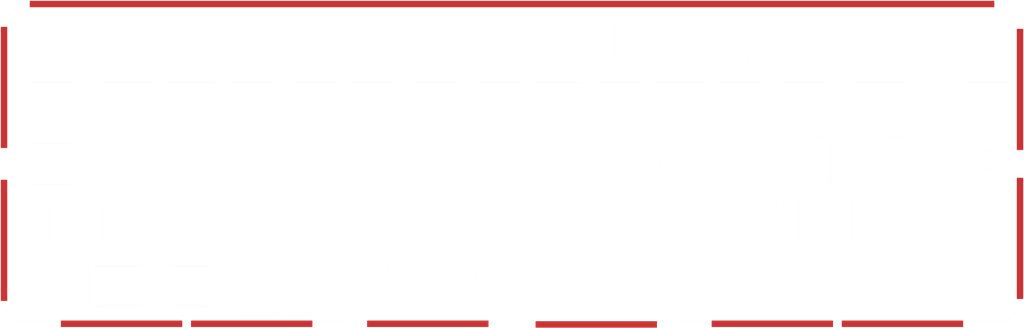
<source format=kicad_pcb>
(kicad_pcb (version 4) (host pcbnew 4.0.6)

  (general
    (links 0)
    (no_connects 0)
    (area 26.482499 25.144999 345.3125 127.78125)
    (thickness 1.6)
    (drawings 417)
    (tracks 0)
    (zones 0)
    (modules 13)
    (nets 1)
  )

  (page A3)
  (layers
    (0 F.Cu signal)
    (31 B.Cu signal)
    (32 B.Adhes user)
    (33 F.Adhes user)
    (34 B.Paste user)
    (35 F.Paste user)
    (36 B.SilkS user)
    (37 F.SilkS user)
    (38 B.Mask user)
    (39 F.Mask user)
    (40 Dwgs.User user)
    (41 Cmts.User user)
    (42 Eco1.User user)
    (43 Eco2.User user)
    (44 Edge.Cuts user)
    (45 Margin user)
    (46 B.CrtYd user)
    (47 F.CrtYd user)
    (48 B.Fab user)
    (49 F.Fab user)
  )

  (setup
    (last_trace_width 0.25)
    (trace_clearance 0.2)
    (zone_clearance 0.508)
    (zone_45_only no)
    (trace_min 0.2)
    (segment_width 0.2)
    (edge_width 0.15)
    (via_size 0.6)
    (via_drill 0.4)
    (via_min_size 0.4)
    (via_min_drill 0.3)
    (uvia_size 0.3)
    (uvia_drill 0.1)
    (uvias_allowed no)
    (uvia_min_size 0.2)
    (uvia_min_drill 0.1)
    (pcb_text_width 0.3)
    (pcb_text_size 1.5 1.5)
    (mod_edge_width 0.15)
    (mod_text_size 1 1)
    (mod_text_width 0.15)
    (pad_size 1.9 1.9)
    (pad_drill 1.9)
    (pad_to_mask_clearance 0.2)
    (aux_axis_origin 0 0)
    (visible_elements 7FFFFFFF)
    (pcbplotparams
      (layerselection 0x010fc_80000001)
      (usegerberextensions false)
      (excludeedgelayer true)
      (linewidth 0.100000)
      (plotframeref false)
      (viasonmask false)
      (mode 1)
      (useauxorigin false)
      (hpglpennumber 1)
      (hpglpenspeed 20)
      (hpglpendiameter 15)
      (hpglpenoverlay 2)
      (psnegative false)
      (psa4output false)
      (plotreference true)
      (plotvalue true)
      (plotinvisibletext false)
      (padsonsilk false)
      (subtractmaskfromsilk false)
      (outputformat 1)
      (mirror false)
      (drillshape 0)
      (scaleselection 1)
      (outputdirectory 660_Plate_Gerbers/))
  )

  (net 0 "")

  (net_class Default "This is the default net class."
    (clearance 0.2)
    (trace_width 0.25)
    (via_dia 0.6)
    (via_drill 0.4)
    (uvia_dia 0.3)
    (uvia_drill 0.1)
  )

  (module Keyboard_Footprints:screw_hole (layer F.Cu) (tedit 5CD8F351) (tstamp 5CD8F58E)
    (at 233.3625 76.2)
    (zone_connect 2)
    (fp_text reference screw_hole (at 0 6.4) (layer F.SilkS) hide
      (effects (font (size 1 1) (thickness 0.15)))
    )
    (fp_text value "" (at 0 0) (layer F.SilkS) hide
      (effects (font (size 1 1) (thickness 0.15)))
    )
    (pad "" np_thru_hole circle (at 0 0) (size 1.9 1.9) (drill 1.9) (layers *.Cu *.Mask)
      (zone_connect 2))
  )

  (module Keyboard_Footprints:660_z_outline (layer F.Cu) (tedit 5CA9672B) (tstamp 5CA967B2)
    (at 159.54375 126)
    (fp_text reference "" (at 0 0.5) (layer F.SilkS)
      (effects (font (size 1 1) (thickness 0.15)))
    )
    (fp_text value 660_z_outline (at 0 0) (layer F.Fab) hide
      (effects (font (size 1 1) (thickness 0.15)))
    )
    (pad "" smd rect (at 0 0) (size 37.75 2) (layers F.Cu F.Paste F.Mask))
  )

  (module Keyboard_Footprints:660_z_outline (layer F.Cu) (tedit 5CA9672B) (tstamp 5CA967AE)
    (at 211.93125 126.20625)
    (fp_text reference "" (at 0 0.5) (layer F.SilkS)
      (effects (font (size 1 1) (thickness 0.15)))
    )
    (fp_text value 660_z_outline (at 0 0) (layer F.Fab) hide
      (effects (font (size 1 1) (thickness 0.15)))
    )
    (pad "" smd rect (at 0 0) (size 37.75 2) (layers F.Cu F.Paste F.Mask))
  )

  (module Keyboard_Footprints:660_z_outline (layer F.Cu) (tedit 5CA9672B) (tstamp 5CA967AA)
    (at 307.18125 126)
    (fp_text reference "" (at 0 0.5) (layer F.SilkS)
      (effects (font (size 1 1) (thickness 0.15)))
    )
    (fp_text value 660_z_outline (at 0 0) (layer F.Fab) hide
      (effects (font (size 1 1) (thickness 0.15)))
    )
    (pad "" smd rect (at 0 0) (size 37.75 2) (layers F.Cu F.Paste F.Mask))
  )

  (module Keyboard_Footprints:660_z_outline (layer F.Cu) (tedit 5CA9672B) (tstamp 5CA967A6)
    (at 266.7 126)
    (fp_text reference "" (at 0 0.5) (layer F.SilkS)
      (effects (font (size 1 1) (thickness 0.15)))
    )
    (fp_text value 660_z_outline (at 0 0) (layer F.Fab) hide
      (effects (font (size 1 1) (thickness 0.15)))
    )
    (pad "" smd rect (at 0 0) (size 37.75 2) (layers F.Cu F.Paste F.Mask))
  )

  (module Keyboard_Footprints:660_z_outline (layer F.Cu) (tedit 5CA9672B) (tstamp 5CA9658E)
    (at 343.7375 99.4 90)
    (fp_text reference "" (at 0 0.5 90) (layer F.SilkS)
      (effects (font (size 1 1) (thickness 0.15)))
    )
    (fp_text value 660_z_outline (at 0 0 90) (layer F.Fab) hide
      (effects (font (size 1 1) (thickness 0.15)))
    )
    (pad "" smd rect (at 0 0 90) (size 37.75 2) (layers F.Cu F.Paste F.Mask))
  )

  (module Keyboard_Footprints:660_z_outline (layer F.Cu) (tedit 5CA9672B) (tstamp 5CA96581)
    (at 343.7375 53 90)
    (fp_text reference "" (at 0 0.5 90) (layer F.SilkS)
      (effects (font (size 1 1) (thickness 0.15)))
    )
    (fp_text value 660_z_outline (at 0 0 90) (layer F.Fab) hide
      (effects (font (size 1 1) (thickness 0.15)))
    )
    (pad "" smd rect (at 0 0 90) (size 37.75 2) (layers F.Cu F.Paste F.Mask))
  )

  (module Keyboard_Footprints:660_z_outline (layer F.Cu) (tedit 5CA9672B) (tstamp 5CA96520)
    (at 27.7375 100.0125 90)
    (fp_text reference "" (at 0 0.5 90) (layer F.SilkS)
      (effects (font (size 1 1) (thickness 0.15)))
    )
    (fp_text value 660_z_outline (at 0 0 90) (layer F.Fab) hide
      (effects (font (size 1 1) (thickness 0.15)))
    )
    (pad "" smd rect (at 0 0 90) (size 37.75 2) (layers F.Cu F.Paste F.Mask))
  )

  (module Keyboard_Footprints:660_z_outline (layer F.Cu) (tedit 5CA9672B) (tstamp 5CA9644E)
    (at 27.7375 52.3875 90)
    (fp_text reference "" (at 0 0.5 90) (layer F.SilkS)
      (effects (font (size 1 1) (thickness 0.15)))
    )
    (fp_text value 660_z_outline (at 0 0 90) (layer F.Fab) hide
      (effects (font (size 1 1) (thickness 0.15)))
    )
    (pad "" smd rect (at 0 0 90) (size 37.75 2) (layers F.Cu F.Paste F.Mask))
  )

  (module Keyboard_Footprints:660_z_outline (layer F.Cu) (tedit 5CA9672B) (tstamp 5CA9667B)
    (at 64.29375 126)
    (fp_text reference "" (at 0 0.5) (layer F.SilkS)
      (effects (font (size 1 1) (thickness 0.15)))
    )
    (fp_text value 660_z_outline (at 0 0) (layer F.Fab) hide
      (effects (font (size 1 1) (thickness 0.15)))
    )
    (pad "" smd rect (at 0 0) (size 37.75 2) (layers F.Cu F.Paste F.Mask))
  )

  (module Keyboard_Footprints:660_x_outline (layer F.Cu) (tedit 5CA9616F) (tstamp 5CA963AC)
    (at 185.7375 26.4)
    (fp_text reference "" (at 0 0.5) (layer F.SilkS)
      (effects (font (size 1 1) (thickness 0.15)))
    )
    (fp_text value 660_x_outline (at 0 0) (layer F.Fab) hide
      (effects (font (size 1 1) (thickness 0.15)))
    )
    (pad "" smd rect (at 0 0) (size 300 2) (layers F.Cu F.Paste F.Mask))
  )

  (module Keyboard_Footprints:660_z_outline (layer F.Cu) (tedit 5CA9672B) (tstamp 5CA967A0)
    (at 104.775 126)
    (fp_text reference "" (at 0 0.5) (layer F.SilkS)
      (effects (font (size 1 1) (thickness 0.15)))
    )
    (fp_text value 660_z_outline (at 0 0) (layer F.Fab) hide
      (effects (font (size 1 1) (thickness 0.15)))
    )
    (pad "" smd rect (at 0 0) (size 37.75 2) (layers F.Cu F.Paste F.Mask))
  )

  (module Keyboard_Footprints:screw_hole (layer F.Cu) (tedit 5CD8F336) (tstamp 5CD8F56C)
    (at 138.1125 76.2)
    (zone_connect 2)
    (fp_text reference screw_hole (at 0 6.4) (layer F.SilkS) hide
      (effects (font (size 1 1) (thickness 0.15)))
    )
    (fp_text value "" (at 0 0) (layer F.SilkS) hide
      (effects (font (size 1 1) (thickness 0.15)))
    )
    (pad "" np_thru_hole circle (at 0 0) (size 1.9 1.9) (drill 1.9) (layers *.Cu *.Mask)
      (zone_connect 2))
  )

  (gr_line (start 45.85 44.5) (end 45.85 31.7) (layer Edge.Cuts) (width 0.01))
  (gr_line (start 30.35 44.5) (end 45.85 44.5) (layer Edge.Cuts) (width 0.01))
  (gr_line (start 30.35 31.7) (end 30.35 44.5) (layer Edge.Cuts) (width 0.01))
  (gr_line (start 45.85 31.7) (end 30.35 31.7) (layer Edge.Cuts) (width 0.01))
  (gr_line (start 341.125 44.5) (end 341.125 31.7) (layer Edge.Cuts) (width 0.01))
  (gr_line (start 325.625 44.5) (end 341.125 44.5) (layer Edge.Cuts) (width 0.01))
  (gr_line (start 325.625 31.7) (end 325.625 44.5) (layer Edge.Cuts) (width 0.01))
  (gr_line (start 341.125 31.7) (end 325.625 31.7) (layer Edge.Cuts) (width 0.01))
  (gr_line (start 341.125 63.55) (end 341.125 50.75) (layer Edge.Cuts) (width 0.01))
  (gr_line (start 325.625 63.55) (end 341.125 63.55) (layer Edge.Cuts) (width 0.01))
  (gr_line (start 325.625 50.75) (end 325.625 63.55) (layer Edge.Cuts) (width 0.01))
  (gr_line (start 341.125 50.75) (end 325.625 50.75) (layer Edge.Cuts) (width 0.01))
  (gr_line (start 341.125 120.7) (end 341.125 107.9) (layer Edge.Cuts) (width 0.01))
  (gr_line (start 325.625 120.7) (end 341.125 120.7) (layer Edge.Cuts) (width 0.01))
  (gr_line (start 325.625 107.9) (end 325.625 120.7) (layer Edge.Cuts) (width 0.01))
  (gr_line (start 341.125 107.9) (end 325.625 107.9) (layer Edge.Cuts) (width 0.01))
  (gr_line (start 322.075 120.7) (end 322.075 107.9) (layer Edge.Cuts) (width 0.01))
  (gr_line (start 306.575 120.7) (end 322.075 120.7) (layer Edge.Cuts) (width 0.01))
  (gr_line (start 306.575 107.9) (end 306.575 120.7) (layer Edge.Cuts) (width 0.01))
  (gr_line (start 322.075 107.9) (end 306.575 107.9) (layer Edge.Cuts) (width 0.01))
  (gr_line (start 303.025 120.7) (end 303.025 107.9) (layer Edge.Cuts) (width 0.01))
  (gr_line (start 287.525 120.7) (end 303.025 120.7) (layer Edge.Cuts) (width 0.01))
  (gr_line (start 287.525 107.9) (end 287.525 120.7) (layer Edge.Cuts) (width 0.01))
  (gr_line (start 303.025 107.9) (end 287.525 107.9) (layer Edge.Cuts) (width 0.01))
  (gr_line (start 322.075 101.65) (end 322.075 88.85) (layer Edge.Cuts) (width 0.01))
  (gr_line (start 306.575 101.65) (end 322.075 101.65) (layer Edge.Cuts) (width 0.01))
  (gr_line (start 306.575 88.85) (end 306.575 101.65) (layer Edge.Cuts) (width 0.01))
  (gr_line (start 322.075 88.85) (end 306.575 88.85) (layer Edge.Cuts) (width 0.01))
  (gr_line (start 50.6125 63.55) (end 50.6125 50.75) (layer Edge.Cuts) (width 0.01))
  (gr_line (start 35.1125 63.55) (end 50.6125 63.55) (layer Edge.Cuts) (width 0.01))
  (gr_line (start 35.1125 50.75) (end 35.1125 63.55) (layer Edge.Cuts) (width 0.01))
  (gr_line (start 50.6125 50.75) (end 35.1125 50.75) (layer Edge.Cuts) (width 0.01))
  (gr_line (start 52.99375 82.6) (end 52.99375 69.8) (layer Edge.Cuts) (width 0.01))
  (gr_line (start 37.49375 82.6) (end 52.99375 82.6) (layer Edge.Cuts) (width 0.01))
  (gr_line (start 37.49375 69.8) (end 37.49375 82.6) (layer Edge.Cuts) (width 0.01))
  (gr_line (start 52.99375 69.8) (end 37.49375 69.8) (layer Edge.Cuts) (width 0.01))
  (gr_line (start 57.75625 101.65) (end 57.75625 88.85) (layer Edge.Cuts) (width 0.01))
  (gr_line (start 42.25625 101.65) (end 57.75625 101.65) (layer Edge.Cuts) (width 0.01))
  (gr_line (start 42.25625 88.85) (end 42.25625 101.65) (layer Edge.Cuts) (width 0.01))
  (gr_line (start 57.75625 88.85) (end 42.25625 88.85) (layer Edge.Cuts) (width 0.01))
  (gr_arc (start 35.35625 100.5) (end 34.60625 100.5) (angle -90) (layer Edge.Cuts) (width 0.01))
  (gr_line (start 34.60625 88) (end 34.60625 100.5) (layer Edge.Cuts) (width 0.01))
  (gr_arc (start 35.35625 88) (end 35.35625 87.25) (angle -90) (layer Edge.Cuts) (width 0.01))
  (gr_line (start 40.85625 87.25) (end 35.35625 87.25) (layer Edge.Cuts) (width 0.01))
  (gr_arc (start 40.85625 88) (end 41.60625 88) (angle -90) (layer Edge.Cuts) (width 0.01))
  (gr_line (start 41.60625 100.5) (end 41.60625 88) (layer Edge.Cuts) (width 0.01))
  (gr_arc (start 40.85625 100.5) (end 40.85625 101.25) (angle -90) (layer Edge.Cuts) (width 0.01))
  (gr_line (start 35.35625 101.25) (end 40.85625 101.25) (layer Edge.Cuts) (width 0.01))
  (gr_line (start 58.40625 88) (end 58.40625 100.5) (layer Edge.Cuts) (width 0.01))
  (gr_arc (start 59.15625 88) (end 59.15625 87.25) (angle -90) (layer Edge.Cuts) (width 0.01))
  (gr_line (start 64.65625 87.25) (end 59.15625 87.25) (layer Edge.Cuts) (width 0.01))
  (gr_arc (start 64.65625 88) (end 65.40625 88) (angle -90) (layer Edge.Cuts) (width 0.01))
  (gr_line (start 65.40625 100.5) (end 65.40625 88) (layer Edge.Cuts) (width 0.01))
  (gr_arc (start 64.65625 100.5) (end 64.65625 101.25) (angle -90) (layer Edge.Cuts) (width 0.01))
  (gr_line (start 59.15625 101.25) (end 64.65625 101.25) (layer Edge.Cuts) (width 0.01))
  (gr_arc (start 59.15625 100.5) (end 58.40625 100.5) (angle -90) (layer Edge.Cuts) (width 0.01))
  (gr_line (start 291.11875 101.65) (end 291.11875 88.85) (layer Edge.Cuts) (width 0.01))
  (gr_line (start 275.61875 101.65) (end 291.11875 101.65) (layer Edge.Cuts) (width 0.01))
  (gr_line (start 275.61875 88.85) (end 275.61875 101.65) (layer Edge.Cuts) (width 0.01))
  (gr_line (start 291.11875 88.85) (end 275.61875 88.85) (layer Edge.Cuts) (width 0.01))
  (gr_line (start 307.7875 63.55) (end 307.7875 50.75) (layer Edge.Cuts) (width 0.01))
  (gr_line (start 292.2875 63.55) (end 307.7875 63.55) (layer Edge.Cuts) (width 0.01))
  (gr_line (start 292.2875 50.75) (end 292.2875 63.55) (layer Edge.Cuts) (width 0.01))
  (gr_line (start 307.7875 50.75) (end 292.2875 50.75) (layer Edge.Cuts) (width 0.01))
  (gr_line (start 300.64375 82.6) (end 300.64375 69.8) (layer Edge.Cuts) (width 0.01))
  (gr_line (start 285.14375 82.6) (end 300.64375 82.6) (layer Edge.Cuts) (width 0.01))
  (gr_line (start 285.14375 69.8) (end 285.14375 82.6) (layer Edge.Cuts) (width 0.01))
  (gr_line (start 300.64375 69.8) (end 285.14375 69.8) (layer Edge.Cuts) (width 0.01))
  (gr_line (start 64.9 44.5) (end 64.9 31.7) (layer Edge.Cuts) (width 0.01))
  (gr_line (start 49.4 44.5) (end 64.9 44.5) (layer Edge.Cuts) (width 0.01))
  (gr_line (start 49.4 31.7) (end 49.4 44.5) (layer Edge.Cuts) (width 0.01))
  (gr_line (start 64.9 31.7) (end 49.4 31.7) (layer Edge.Cuts) (width 0.01))
  (gr_line (start 283.975 63.55) (end 283.975 50.75) (layer Edge.Cuts) (width 0.01))
  (gr_line (start 268.475 63.55) (end 283.975 63.55) (layer Edge.Cuts) (width 0.01))
  (gr_line (start 268.475 50.75) (end 268.475 63.55) (layer Edge.Cuts) (width 0.01))
  (gr_line (start 283.975 50.75) (end 268.475 50.75) (layer Edge.Cuts) (width 0.01))
  (gr_line (start 269.6875 82.6) (end 269.6875 69.8) (layer Edge.Cuts) (width 0.01))
  (gr_line (start 254.1875 82.6) (end 269.6875 82.6) (layer Edge.Cuts) (width 0.01))
  (gr_line (start 254.1875 69.8) (end 254.1875 82.6) (layer Edge.Cuts) (width 0.01))
  (gr_line (start 269.6875 69.8) (end 254.1875 69.8) (layer Edge.Cuts) (width 0.01))
  (gr_line (start 260.1625 101.65) (end 260.1625 88.85) (layer Edge.Cuts) (width 0.01))
  (gr_line (start 244.6625 101.65) (end 260.1625 101.65) (layer Edge.Cuts) (width 0.01))
  (gr_line (start 244.6625 88.85) (end 244.6625 101.65) (layer Edge.Cuts) (width 0.01))
  (gr_line (start 260.1625 88.85) (end 244.6625 88.85) (layer Edge.Cuts) (width 0.01))
  (gr_line (start 74.425 63.55) (end 74.425 50.75) (layer Edge.Cuts) (width 0.01))
  (gr_line (start 58.925 63.55) (end 74.425 63.55) (layer Edge.Cuts) (width 0.01))
  (gr_line (start 58.925 50.75) (end 58.925 63.55) (layer Edge.Cuts) (width 0.01))
  (gr_line (start 74.425 50.75) (end 58.925 50.75) (layer Edge.Cuts) (width 0.01))
  (gr_line (start 79.1875 82.6) (end 79.1875 69.8) (layer Edge.Cuts) (width 0.01))
  (gr_line (start 63.6875 82.6) (end 79.1875 82.6) (layer Edge.Cuts) (width 0.01))
  (gr_line (start 63.6875 69.8) (end 63.6875 82.6) (layer Edge.Cuts) (width 0.01))
  (gr_line (start 79.1875 69.8) (end 63.6875 69.8) (layer Edge.Cuts) (width 0.01))
  (gr_line (start 88.7125 101.65) (end 88.7125 88.85) (layer Edge.Cuts) (width 0.01))
  (gr_line (start 73.2125 101.65) (end 88.7125 101.65) (layer Edge.Cuts) (width 0.01))
  (gr_line (start 73.2125 88.85) (end 73.2125 101.65) (layer Edge.Cuts) (width 0.01))
  (gr_line (start 88.7125 88.85) (end 73.2125 88.85) (layer Edge.Cuts) (width 0.01))
  (gr_line (start 48.23125 120.7) (end 48.23125 107.9) (layer Edge.Cuts) (width 0.01))
  (gr_line (start 32.73125 120.7) (end 48.23125 120.7) (layer Edge.Cuts) (width 0.01))
  (gr_line (start 32.73125 107.9) (end 32.73125 120.7) (layer Edge.Cuts) (width 0.01))
  (gr_line (start 48.23125 107.9) (end 32.73125 107.9) (layer Edge.Cuts) (width 0.01))
  (gr_line (start 257.78125 120.7) (end 257.78125 107.9) (layer Edge.Cuts) (width 0.01))
  (gr_line (start 242.28125 120.7) (end 257.78125 120.7) (layer Edge.Cuts) (width 0.01))
  (gr_line (start 242.28125 107.9) (end 242.28125 120.7) (layer Edge.Cuts) (width 0.01))
  (gr_line (start 257.78125 107.9) (end 242.28125 107.9) (layer Edge.Cuts) (width 0.01))
  (gr_line (start 281.59375 120.7) (end 281.59375 107.9) (layer Edge.Cuts) (width 0.01))
  (gr_line (start 266.09375 120.7) (end 281.59375 120.7) (layer Edge.Cuts) (width 0.01))
  (gr_line (start 266.09375 107.9) (end 266.09375 120.7) (layer Edge.Cuts) (width 0.01))
  (gr_line (start 281.59375 107.9) (end 266.09375 107.9) (layer Edge.Cuts) (width 0.01))
  (gr_line (start 218.46875 120.7) (end 218.46875 107.9) (layer Edge.Cuts) (width 0.01))
  (gr_line (start 233.96875 120.7) (end 218.46875 120.7) (layer Edge.Cuts) (width 0.01))
  (gr_line (start 233.96875 107.9) (end 233.96875 120.7) (layer Edge.Cuts) (width 0.01))
  (gr_line (start 218.46875 107.9) (end 233.96875 107.9) (layer Edge.Cuts) (width 0.01))
  (gr_line (start 72.04375 120.7) (end 72.04375 107.9) (layer Edge.Cuts) (width 0.01))
  (gr_line (start 56.54375 120.7) (end 72.04375 120.7) (layer Edge.Cuts) (width 0.01))
  (gr_line (start 56.54375 107.9) (end 56.54375 120.7) (layer Edge.Cuts) (width 0.01))
  (gr_line (start 72.04375 107.9) (end 56.54375 107.9) (layer Edge.Cuts) (width 0.01))
  (gr_line (start 95.85625 120.7) (end 95.85625 107.9) (layer Edge.Cuts) (width 0.01))
  (gr_line (start 80.35625 120.7) (end 95.85625 120.7) (layer Edge.Cuts) (width 0.01))
  (gr_line (start 80.35625 107.9) (end 80.35625 120.7) (layer Edge.Cuts) (width 0.01))
  (gr_line (start 95.85625 107.9) (end 80.35625 107.9) (layer Edge.Cuts) (width 0.01))
  (gr_arc (start 274.21875 88) (end 274.96875 88) (angle -90) (layer Edge.Cuts) (width 0.01))
  (gr_line (start 274.96875 100.5) (end 274.96875 88) (layer Edge.Cuts) (width 0.01))
  (gr_arc (start 274.21875 100.5) (end 274.21875 101.25) (angle -90) (layer Edge.Cuts) (width 0.01))
  (gr_line (start 268.71875 101.25) (end 274.21875 101.25) (layer Edge.Cuts) (width 0.01))
  (gr_arc (start 268.71875 100.5) (end 267.96875 100.5) (angle -90) (layer Edge.Cuts) (width 0.01))
  (gr_line (start 267.96875 88) (end 267.96875 100.5) (layer Edge.Cuts) (width 0.01))
  (gr_arc (start 268.71875 88) (end 268.71875 87.25) (angle -90) (layer Edge.Cuts) (width 0.01))
  (gr_line (start 274.21875 87.25) (end 268.71875 87.25) (layer Edge.Cuts) (width 0.01))
  (gr_arc (start 298.01875 100.5) (end 298.01875 101.25) (angle -90) (layer Edge.Cuts) (width 0.01))
  (gr_line (start 292.51875 101.25) (end 298.01875 101.25) (layer Edge.Cuts) (width 0.01))
  (gr_arc (start 292.51875 100.5) (end 291.76875 100.5) (angle -90) (layer Edge.Cuts) (width 0.01))
  (gr_line (start 291.76875 88) (end 291.76875 100.5) (layer Edge.Cuts) (width 0.01))
  (gr_arc (start 292.51875 88) (end 292.51875 87.25) (angle -90) (layer Edge.Cuts) (width 0.01))
  (gr_line (start 298.01875 87.25) (end 292.51875 87.25) (layer Edge.Cuts) (width 0.01))
  (gr_arc (start 298.01875 88) (end 298.76875 88) (angle -90) (layer Edge.Cuts) (width 0.01))
  (gr_line (start 298.76875 100.5) (end 298.76875 88) (layer Edge.Cuts) (width 0.01))
  (gr_arc (start 283.74375 81.45) (end 283.74375 82.2) (angle -90) (layer Edge.Cuts) (width 0.01))
  (gr_line (start 278.24375 82.2) (end 283.74375 82.2) (layer Edge.Cuts) (width 0.01))
  (gr_arc (start 278.24375 81.45) (end 277.49375 81.45) (angle -90) (layer Edge.Cuts) (width 0.01))
  (gr_line (start 277.49375 68.95) (end 277.49375 81.45) (layer Edge.Cuts) (width 0.01))
  (gr_arc (start 278.24375 68.95) (end 278.24375 68.2) (angle -90) (layer Edge.Cuts) (width 0.01))
  (gr_line (start 283.74375 68.2) (end 278.24375 68.2) (layer Edge.Cuts) (width 0.01))
  (gr_arc (start 283.74375 68.95) (end 284.49375 68.95) (angle -90) (layer Edge.Cuts) (width 0.01))
  (gr_line (start 284.49375 81.45) (end 284.49375 68.95) (layer Edge.Cuts) (width 0.01))
  (gr_arc (start 302.04375 81.45) (end 301.29375 81.45) (angle -90) (layer Edge.Cuts) (width 0.01))
  (gr_line (start 301.29375 68.95) (end 301.29375 81.45) (layer Edge.Cuts) (width 0.01))
  (gr_arc (start 302.04375 68.95) (end 302.04375 68.2) (angle -90) (layer Edge.Cuts) (width 0.01))
  (gr_line (start 307.54375 68.2) (end 302.04375 68.2) (layer Edge.Cuts) (width 0.01))
  (gr_arc (start 307.54375 68.95) (end 308.29375 68.95) (angle -90) (layer Edge.Cuts) (width 0.01))
  (gr_line (start 308.29375 81.45) (end 308.29375 68.95) (layer Edge.Cuts) (width 0.01))
  (gr_arc (start 307.54375 81.45) (end 307.54375 82.2) (angle -90) (layer Edge.Cuts) (width 0.01))
  (gr_line (start 302.04375 82.2) (end 307.54375 82.2) (layer Edge.Cuts) (width 0.01))
  (gr_line (start 335.95 77.85) (end 335.95 71.85) (layer Edge.Cuts) (width 0.01))
  (gr_line (start 331.95 77.85) (end 335.95 77.85) (layer Edge.Cuts) (width 0.01))
  (gr_line (start 331.95 71.85) (end 331.95 77.85) (layer Edge.Cuts) (width 0.01))
  (gr_line (start 335.95 71.85) (end 331.95 71.85) (layer Edge.Cuts) (width 0.01))
  (gr_arc (start 309.925 45.35) (end 309.925 46.1) (angle -90) (layer Edge.Cuts) (width 0.01))
  (gr_line (start 310.675 44.5) (end 310.675 45.35) (layer Edge.Cuts) (width 0.01))
  (gr_line (start 312.55 44.5) (end 310.675 44.5) (layer Edge.Cuts) (width 0.01))
  (gr_line (start 312.55 31.7) (end 312.55 44.5) (layer Edge.Cuts) (width 0.01))
  (gr_line (start 297.05 31.7) (end 312.55 31.7) (layer Edge.Cuts) (width 0.01))
  (gr_line (start 297.05 44.5) (end 297.05 31.7) (layer Edge.Cuts) (width 0.01))
  (gr_line (start 303.675 44.5) (end 297.05 44.5) (layer Edge.Cuts) (width 0.01))
  (gr_line (start 303.675 45.35) (end 303.675 44.5) (layer Edge.Cuts) (width 0.01))
  (gr_arc (start 304.425 45.35) (end 303.675 45.35) (angle -90) (layer Edge.Cuts) (width 0.01))
  (gr_line (start 309.925 46.1) (end 304.425 46.1) (layer Edge.Cuts) (width 0.01))
  (gr_arc (start 286.125 45.35) (end 286.125 46.1) (angle -90) (layer Edge.Cuts) (width 0.01))
  (gr_line (start 286.875 44.5) (end 286.875 45.35) (layer Edge.Cuts) (width 0.01))
  (gr_line (start 293.5 44.5) (end 286.875 44.5) (layer Edge.Cuts) (width 0.01))
  (gr_line (start 293.5 31.7) (end 293.5 44.5) (layer Edge.Cuts) (width 0.01))
  (gr_line (start 278 31.7) (end 293.5 31.7) (layer Edge.Cuts) (width 0.01))
  (gr_line (start 278 44.5) (end 278 31.7) (layer Edge.Cuts) (width 0.01))
  (gr_line (start 279.875 44.5) (end 278 44.5) (layer Edge.Cuts) (width 0.01))
  (gr_line (start 279.875 45.35) (end 279.875 44.5) (layer Edge.Cuts) (width 0.01))
  (gr_arc (start 280.625 45.35) (end 279.875 45.35) (angle -90) (layer Edge.Cuts) (width 0.01))
  (gr_line (start 286.125 46.1) (end 280.625 46.1) (layer Edge.Cuts) (width 0.01))
  (gr_line (start 26.4875 32.45) (end 33.7875 25.15) (layer Edge.Cuts) (width 0.01))
  (gr_line (start 26.4875 73.6) (end 26.4875 32.45) (layer Edge.Cuts) (width 0.01))
  (gr_line (start 28.4875 73.6) (end 26.4875 73.6) (layer Edge.Cuts) (width 0.01))
  (gr_line (start 28.4875 78.8) (end 28.4875 73.6) (layer Edge.Cuts) (width 0.01))
  (gr_line (start 26.4875 78.8) (end 28.4875 78.8) (layer Edge.Cuts) (width 0.01))
  (gr_line (start 26.4875 119.95) (end 26.4875 78.8) (layer Edge.Cuts) (width 0.01))
  (gr_line (start 31.7875 125.25) (end 26.4875 119.95) (layer Edge.Cuts) (width 0.01))
  (gr_line (start 44.2375 125.25) (end 31.7875 125.25) (layer Edge.Cuts) (width 0.01))
  (gr_line (start 44.2375 127.25) (end 44.2375 125.25) (layer Edge.Cuts) (width 0.01))
  (gr_line (start 124.9875 127.25) (end 44.2375 127.25) (layer Edge.Cuts) (width 0.01))
  (gr_line (start 124.9875 125.25) (end 124.9875 127.25) (layer Edge.Cuts) (width 0.01))
  (gr_line (start 134.9875 125.25) (end 124.9875 125.25) (layer Edge.Cuts) (width 0.01))
  (gr_line (start 134.9875 127.25) (end 134.9875 125.25) (layer Edge.Cuts) (width 0.01))
  (gr_line (start 236.4875 127.25) (end 134.9875 127.25) (layer Edge.Cuts) (width 0.01))
  (gr_line (start 236.4875 125.25) (end 236.4875 127.25) (layer Edge.Cuts) (width 0.01))
  (gr_line (start 246.4875 125.25) (end 236.4875 125.25) (layer Edge.Cuts) (width 0.01))
  (gr_line (start 246.4875 127.25) (end 246.4875 125.25) (layer Edge.Cuts) (width 0.01))
  (gr_line (start 327.2375 127.25) (end 246.4875 127.25) (layer Edge.Cuts) (width 0.01))
  (gr_line (start 327.2375 125.25) (end 327.2375 127.25) (layer Edge.Cuts) (width 0.01))
  (gr_line (start 339.6875 125.25) (end 327.2375 125.25) (layer Edge.Cuts) (width 0.01))
  (gr_line (start 344.9875 119.95) (end 339.6875 125.25) (layer Edge.Cuts) (width 0.01))
  (gr_line (start 344.9875 32.45) (end 344.9875 119.95) (layer Edge.Cuts) (width 0.01))
  (gr_line (start 337.6875 25.15) (end 344.9875 32.45) (layer Edge.Cuts) (width 0.01))
  (gr_line (start 33.7875 25.15) (end 337.6875 25.15) (layer Edge.Cuts) (width 0.01))
  (gr_line (start 68.45 44.5) (end 83.95 44.5) (layer Edge.Cuts) (width 0.01))
  (gr_line (start 68.45 31.7) (end 68.45 44.5) (layer Edge.Cuts) (width 0.01))
  (gr_line (start 83.95 31.7) (end 68.45 31.7) (layer Edge.Cuts) (width 0.01))
  (gr_line (start 83.95 44.5) (end 83.95 31.7) (layer Edge.Cuts) (width 0.01))
  (gr_line (start 87.5 44.5) (end 103 44.5) (layer Edge.Cuts) (width 0.01))
  (gr_line (start 87.5 31.7) (end 87.5 44.5) (layer Edge.Cuts) (width 0.01))
  (gr_line (start 103 31.7) (end 87.5 31.7) (layer Edge.Cuts) (width 0.01))
  (gr_line (start 103 44.5) (end 103 31.7) (layer Edge.Cuts) (width 0.01))
  (gr_line (start 106.55 44.5) (end 122.05 44.5) (layer Edge.Cuts) (width 0.01))
  (gr_line (start 106.55 31.7) (end 106.55 44.5) (layer Edge.Cuts) (width 0.01))
  (gr_line (start 122.05 31.7) (end 106.55 31.7) (layer Edge.Cuts) (width 0.01))
  (gr_line (start 122.05 44.5) (end 122.05 31.7) (layer Edge.Cuts) (width 0.01))
  (gr_line (start 125.6 44.5) (end 141.1 44.5) (layer Edge.Cuts) (width 0.01))
  (gr_line (start 125.6 31.7) (end 125.6 44.5) (layer Edge.Cuts) (width 0.01))
  (gr_line (start 141.1 31.7) (end 125.6 31.7) (layer Edge.Cuts) (width 0.01))
  (gr_line (start 141.1 44.5) (end 141.1 31.7) (layer Edge.Cuts) (width 0.01))
  (gr_line (start 144.65 44.5) (end 160.15 44.5) (layer Edge.Cuts) (width 0.01))
  (gr_line (start 144.65 31.7) (end 144.65 44.5) (layer Edge.Cuts) (width 0.01))
  (gr_line (start 160.15 31.7) (end 144.65 31.7) (layer Edge.Cuts) (width 0.01))
  (gr_line (start 160.15 44.5) (end 160.15 31.7) (layer Edge.Cuts) (width 0.01))
  (gr_line (start 163.7 44.5) (end 179.2 44.5) (layer Edge.Cuts) (width 0.01))
  (gr_line (start 163.7 31.7) (end 163.7 44.5) (layer Edge.Cuts) (width 0.01))
  (gr_line (start 179.2 31.7) (end 163.7 31.7) (layer Edge.Cuts) (width 0.01))
  (gr_line (start 179.2 44.5) (end 179.2 31.7) (layer Edge.Cuts) (width 0.01))
  (gr_line (start 258.95 44.5) (end 274.45 44.5) (layer Edge.Cuts) (width 0.01))
  (gr_line (start 258.95 31.7) (end 258.95 44.5) (layer Edge.Cuts) (width 0.01))
  (gr_line (start 274.45 31.7) (end 258.95 31.7) (layer Edge.Cuts) (width 0.01))
  (gr_line (start 274.45 44.5) (end 274.45 31.7) (layer Edge.Cuts) (width 0.01))
  (gr_line (start 239.9 44.5) (end 255.4 44.5) (layer Edge.Cuts) (width 0.01))
  (gr_line (start 239.9 31.7) (end 239.9 44.5) (layer Edge.Cuts) (width 0.01))
  (gr_line (start 255.4 31.7) (end 239.9 31.7) (layer Edge.Cuts) (width 0.01))
  (gr_line (start 255.4 44.5) (end 255.4 31.7) (layer Edge.Cuts) (width 0.01))
  (gr_line (start 220.85 44.5) (end 236.35 44.5) (layer Edge.Cuts) (width 0.01))
  (gr_line (start 220.85 31.7) (end 220.85 44.5) (layer Edge.Cuts) (width 0.01))
  (gr_line (start 236.35 31.7) (end 220.85 31.7) (layer Edge.Cuts) (width 0.01))
  (gr_line (start 236.35 44.5) (end 236.35 31.7) (layer Edge.Cuts) (width 0.01))
  (gr_line (start 201.8 44.5) (end 217.3 44.5) (layer Edge.Cuts) (width 0.01))
  (gr_line (start 201.8 31.7) (end 201.8 44.5) (layer Edge.Cuts) (width 0.01))
  (gr_line (start 217.3 31.7) (end 201.8 31.7) (layer Edge.Cuts) (width 0.01))
  (gr_line (start 217.3 44.5) (end 217.3 31.7) (layer Edge.Cuts) (width 0.01))
  (gr_line (start 182.75 44.5) (end 198.25 44.5) (layer Edge.Cuts) (width 0.01))
  (gr_line (start 182.75 31.7) (end 182.75 44.5) (layer Edge.Cuts) (width 0.01))
  (gr_line (start 198.25 31.7) (end 182.75 31.7) (layer Edge.Cuts) (width 0.01))
  (gr_line (start 198.25 44.5) (end 198.25 31.7) (layer Edge.Cuts) (width 0.01))
  (gr_line (start 77.975 63.55) (end 93.475 63.55) (layer Edge.Cuts) (width 0.01))
  (gr_line (start 77.975 50.75) (end 77.975 63.55) (layer Edge.Cuts) (width 0.01))
  (gr_line (start 93.475 50.75) (end 77.975 50.75) (layer Edge.Cuts) (width 0.01))
  (gr_line (start 93.475 63.55) (end 93.475 50.75) (layer Edge.Cuts) (width 0.01))
  (gr_line (start 97.025 63.55) (end 112.525 63.55) (layer Edge.Cuts) (width 0.01))
  (gr_line (start 97.025 50.75) (end 97.025 63.55) (layer Edge.Cuts) (width 0.01))
  (gr_line (start 112.525 50.75) (end 97.025 50.75) (layer Edge.Cuts) (width 0.01))
  (gr_line (start 112.525 63.55) (end 112.525 50.75) (layer Edge.Cuts) (width 0.01))
  (gr_line (start 116.075 63.55) (end 131.575 63.55) (layer Edge.Cuts) (width 0.01))
  (gr_line (start 116.075 50.75) (end 116.075 63.55) (layer Edge.Cuts) (width 0.01))
  (gr_line (start 131.575 50.75) (end 116.075 50.75) (layer Edge.Cuts) (width 0.01))
  (gr_line (start 131.575 63.55) (end 131.575 50.75) (layer Edge.Cuts) (width 0.01))
  (gr_line (start 135.125 63.55) (end 150.625 63.55) (layer Edge.Cuts) (width 0.01))
  (gr_line (start 135.125 50.75) (end 135.125 63.55) (layer Edge.Cuts) (width 0.01))
  (gr_line (start 150.625 50.75) (end 135.125 50.75) (layer Edge.Cuts) (width 0.01))
  (gr_line (start 150.625 63.55) (end 150.625 50.75) (layer Edge.Cuts) (width 0.01))
  (gr_line (start 154.175 63.55) (end 169.675 63.55) (layer Edge.Cuts) (width 0.01))
  (gr_line (start 154.175 50.75) (end 154.175 63.55) (layer Edge.Cuts) (width 0.01))
  (gr_line (start 169.675 50.75) (end 154.175 50.75) (layer Edge.Cuts) (width 0.01))
  (gr_line (start 169.675 63.55) (end 169.675 50.75) (layer Edge.Cuts) (width 0.01))
  (gr_line (start 173.225 63.55) (end 188.725 63.55) (layer Edge.Cuts) (width 0.01))
  (gr_line (start 173.225 50.75) (end 173.225 63.55) (layer Edge.Cuts) (width 0.01))
  (gr_line (start 188.725 50.75) (end 173.225 50.75) (layer Edge.Cuts) (width 0.01))
  (gr_line (start 188.725 63.55) (end 188.725 50.75) (layer Edge.Cuts) (width 0.01))
  (gr_line (start 192.275 63.55) (end 207.775 63.55) (layer Edge.Cuts) (width 0.01))
  (gr_line (start 192.275 50.75) (end 192.275 63.55) (layer Edge.Cuts) (width 0.01))
  (gr_line (start 207.775 50.75) (end 192.275 50.75) (layer Edge.Cuts) (width 0.01))
  (gr_line (start 207.775 63.55) (end 207.775 50.75) (layer Edge.Cuts) (width 0.01))
  (gr_line (start 249.425 63.55) (end 264.925 63.55) (layer Edge.Cuts) (width 0.01))
  (gr_line (start 249.425 50.75) (end 249.425 63.55) (layer Edge.Cuts) (width 0.01))
  (gr_line (start 264.925 50.75) (end 249.425 50.75) (layer Edge.Cuts) (width 0.01))
  (gr_line (start 264.925 63.55) (end 264.925 50.75) (layer Edge.Cuts) (width 0.01))
  (gr_line (start 230.375 63.55) (end 245.875 63.55) (layer Edge.Cuts) (width 0.01))
  (gr_line (start 230.375 50.75) (end 230.375 63.55) (layer Edge.Cuts) (width 0.01))
  (gr_line (start 245.875 50.75) (end 230.375 50.75) (layer Edge.Cuts) (width 0.01))
  (gr_line (start 245.875 63.55) (end 245.875 50.75) (layer Edge.Cuts) (width 0.01))
  (gr_line (start 211.325 63.55) (end 226.825 63.55) (layer Edge.Cuts) (width 0.01))
  (gr_line (start 211.325 50.75) (end 211.325 63.55) (layer Edge.Cuts) (width 0.01))
  (gr_line (start 226.825 50.75) (end 211.325 50.75) (layer Edge.Cuts) (width 0.01))
  (gr_line (start 226.825 63.55) (end 226.825 50.75) (layer Edge.Cuts) (width 0.01))
  (gr_line (start 82.7375 82.6) (end 98.2375 82.6) (layer Edge.Cuts) (width 0.01))
  (gr_line (start 82.7375 69.8) (end 82.7375 82.6) (layer Edge.Cuts) (width 0.01))
  (gr_line (start 98.2375 69.8) (end 82.7375 69.8) (layer Edge.Cuts) (width 0.01))
  (gr_line (start 98.2375 82.6) (end 98.2375 69.8) (layer Edge.Cuts) (width 0.01))
  (gr_line (start 101.7875 82.6) (end 117.2875 82.6) (layer Edge.Cuts) (width 0.01))
  (gr_line (start 101.7875 69.8) (end 101.7875 82.6) (layer Edge.Cuts) (width 0.01))
  (gr_line (start 117.2875 69.8) (end 101.7875 69.8) (layer Edge.Cuts) (width 0.01))
  (gr_line (start 117.2875 82.6) (end 117.2875 69.8) (layer Edge.Cuts) (width 0.01))
  (gr_line (start 120.8375 82.6) (end 136.3375 82.6) (layer Edge.Cuts) (width 0.01))
  (gr_line (start 120.8375 69.8) (end 120.8375 82.6) (layer Edge.Cuts) (width 0.01))
  (gr_line (start 136.3375 69.8) (end 120.8375 69.8) (layer Edge.Cuts) (width 0.01))
  (gr_line (start 136.3375 82.6) (end 136.3375 69.8) (layer Edge.Cuts) (width 0.01))
  (gr_line (start 139.8875 82.6) (end 155.3875 82.6) (layer Edge.Cuts) (width 0.01))
  (gr_line (start 139.8875 69.8) (end 139.8875 82.6) (layer Edge.Cuts) (width 0.01))
  (gr_line (start 155.3875 69.8) (end 139.8875 69.8) (layer Edge.Cuts) (width 0.01))
  (gr_line (start 155.3875 82.6) (end 155.3875 69.8) (layer Edge.Cuts) (width 0.01))
  (gr_line (start 158.9375 82.6) (end 174.4375 82.6) (layer Edge.Cuts) (width 0.01))
  (gr_line (start 158.9375 69.8) (end 158.9375 82.6) (layer Edge.Cuts) (width 0.01))
  (gr_line (start 174.4375 69.8) (end 158.9375 69.8) (layer Edge.Cuts) (width 0.01))
  (gr_line (start 174.4375 82.6) (end 174.4375 69.8) (layer Edge.Cuts) (width 0.01))
  (gr_line (start 177.9875 82.6) (end 193.4875 82.6) (layer Edge.Cuts) (width 0.01))
  (gr_line (start 177.9875 69.8) (end 177.9875 82.6) (layer Edge.Cuts) (width 0.01))
  (gr_line (start 193.4875 69.8) (end 177.9875 69.8) (layer Edge.Cuts) (width 0.01))
  (gr_line (start 193.4875 82.6) (end 193.4875 69.8) (layer Edge.Cuts) (width 0.01))
  (gr_line (start 197.0375 82.6) (end 212.5375 82.6) (layer Edge.Cuts) (width 0.01))
  (gr_line (start 197.0375 69.8) (end 197.0375 82.6) (layer Edge.Cuts) (width 0.01))
  (gr_line (start 212.5375 69.8) (end 197.0375 69.8) (layer Edge.Cuts) (width 0.01))
  (gr_line (start 212.5375 82.6) (end 212.5375 69.8) (layer Edge.Cuts) (width 0.01))
  (gr_line (start 235.1375 82.6) (end 250.6375 82.6) (layer Edge.Cuts) (width 0.01))
  (gr_line (start 235.1375 69.8) (end 235.1375 82.6) (layer Edge.Cuts) (width 0.01))
  (gr_line (start 250.6375 69.8) (end 235.1375 69.8) (layer Edge.Cuts) (width 0.01))
  (gr_line (start 250.6375 82.6) (end 250.6375 69.8) (layer Edge.Cuts) (width 0.01))
  (gr_line (start 216.0875 82.6) (end 231.5875 82.6) (layer Edge.Cuts) (width 0.01))
  (gr_line (start 216.0875 69.8) (end 216.0875 82.6) (layer Edge.Cuts) (width 0.01))
  (gr_line (start 231.5875 69.8) (end 216.0875 69.8) (layer Edge.Cuts) (width 0.01))
  (gr_line (start 231.5875 82.6) (end 231.5875 69.8) (layer Edge.Cuts) (width 0.01))
  (gr_line (start 92.2625 101.65) (end 107.7625 101.65) (layer Edge.Cuts) (width 0.01))
  (gr_line (start 92.2625 88.85) (end 92.2625 101.65) (layer Edge.Cuts) (width 0.01))
  (gr_line (start 107.7625 88.85) (end 92.2625 88.85) (layer Edge.Cuts) (width 0.01))
  (gr_line (start 107.7625 101.65) (end 107.7625 88.85) (layer Edge.Cuts) (width 0.01))
  (gr_line (start 111.3125 101.65) (end 126.8125 101.65) (layer Edge.Cuts) (width 0.01))
  (gr_line (start 111.3125 88.85) (end 111.3125 101.65) (layer Edge.Cuts) (width 0.01))
  (gr_line (start 126.8125 88.85) (end 111.3125 88.85) (layer Edge.Cuts) (width 0.01))
  (gr_line (start 126.8125 101.65) (end 126.8125 88.85) (layer Edge.Cuts) (width 0.01))
  (gr_line (start 130.3625 101.65) (end 145.8625 101.65) (layer Edge.Cuts) (width 0.01))
  (gr_line (start 130.3625 88.85) (end 130.3625 101.65) (layer Edge.Cuts) (width 0.01))
  (gr_line (start 145.8625 88.85) (end 130.3625 88.85) (layer Edge.Cuts) (width 0.01))
  (gr_line (start 145.8625 101.65) (end 145.8625 88.85) (layer Edge.Cuts) (width 0.01))
  (gr_line (start 149.4125 101.65) (end 164.9125 101.65) (layer Edge.Cuts) (width 0.01))
  (gr_line (start 149.4125 88.85) (end 149.4125 101.65) (layer Edge.Cuts) (width 0.01))
  (gr_line (start 164.9125 88.85) (end 149.4125 88.85) (layer Edge.Cuts) (width 0.01))
  (gr_line (start 164.9125 101.65) (end 164.9125 88.85) (layer Edge.Cuts) (width 0.01))
  (gr_line (start 168.4625 101.65) (end 183.9625 101.65) (layer Edge.Cuts) (width 0.01))
  (gr_line (start 168.4625 88.85) (end 168.4625 101.65) (layer Edge.Cuts) (width 0.01))
  (gr_line (start 183.9625 88.85) (end 168.4625 88.85) (layer Edge.Cuts) (width 0.01))
  (gr_line (start 183.9625 101.65) (end 183.9625 88.85) (layer Edge.Cuts) (width 0.01))
  (gr_line (start 187.5125 101.65) (end 203.0125 101.65) (layer Edge.Cuts) (width 0.01))
  (gr_line (start 187.5125 88.85) (end 187.5125 101.65) (layer Edge.Cuts) (width 0.01))
  (gr_line (start 203.0125 88.85) (end 187.5125 88.85) (layer Edge.Cuts) (width 0.01))
  (gr_line (start 203.0125 101.65) (end 203.0125 88.85) (layer Edge.Cuts) (width 0.01))
  (gr_line (start 206.5625 101.65) (end 222.0625 101.65) (layer Edge.Cuts) (width 0.01))
  (gr_line (start 206.5625 88.85) (end 206.5625 101.65) (layer Edge.Cuts) (width 0.01))
  (gr_line (start 222.0625 88.85) (end 206.5625 88.85) (layer Edge.Cuts) (width 0.01))
  (gr_line (start 222.0625 101.65) (end 222.0625 88.85) (layer Edge.Cuts) (width 0.01))
  (gr_line (start 225.6125 101.65) (end 241.1125 101.65) (layer Edge.Cuts) (width 0.01))
  (gr_line (start 225.6125 88.85) (end 225.6125 101.65) (layer Edge.Cuts) (width 0.01))
  (gr_line (start 241.1125 88.85) (end 225.6125 88.85) (layer Edge.Cuts) (width 0.01))
  (gr_line (start 241.1125 101.65) (end 241.1125 88.85) (layer Edge.Cuts) (width 0.01))
  (gr_line (start 91.09375 120.7) (end 91.09375 107.9) (layer Edge.Cuts) (width 0.01))
  (gr_line (start 75.59375 120.7) (end 91.09375 120.7) (layer Edge.Cuts) (width 0.01))
  (gr_line (start 75.59375 107.9) (end 75.59375 120.7) (layer Edge.Cuts) (width 0.01))
  (gr_line (start 91.09375 107.9) (end 75.59375 107.9) (layer Edge.Cuts) (width 0.01))
  (gr_line (start 69.6625 120.7) (end 69.6625 107.9) (layer Edge.Cuts) (width 0.01))
  (gr_line (start 54.1625 120.7) (end 69.6625 120.7) (layer Edge.Cuts) (width 0.01))
  (gr_line (start 54.1625 107.9) (end 54.1625 120.7) (layer Edge.Cuts) (width 0.01))
  (gr_line (start 69.6625 107.9) (end 54.1625 107.9) (layer Edge.Cuts) (width 0.01))
  (gr_line (start 48.23125 82.6) (end 48.23125 69.8) (layer Edge.Cuts) (width 0.01))
  (gr_line (start 32.73125 82.6) (end 48.23125 82.6) (layer Edge.Cuts) (width 0.01))
  (gr_line (start 32.73125 69.8) (end 32.73125 82.6) (layer Edge.Cuts) (width 0.01))
  (gr_line (start 48.23125 69.8) (end 32.73125 69.8) (layer Edge.Cuts) (width 0.01))
  (gr_line (start 147.03125 116.3) (end 122.5625 116.3) (layer Edge.Cuts) (width 0.01))
  (gr_line (start 147.03125 120.7) (end 147.03125 116.3) (layer Edge.Cuts) (width 0.01))
  (gr_line (start 174.4375 120.7) (end 147.03125 120.7) (layer Edge.Cuts) (width 0.01))
  (gr_line (start 174.4375 116.3) (end 174.4375 120.7) (layer Edge.Cuts) (width 0.01))
  (gr_line (start 191.7625 116.3) (end 174.4375 116.3) (layer Edge.Cuts) (width 0.01))
  (gr_line (start 191.7625 122.55) (end 191.7625 116.3) (layer Edge.Cuts) (width 0.01))
  (gr_arc (start 192.5125 122.55) (end 191.7625 122.55) (angle -90) (layer Edge.Cuts) (width 0.01))
  (gr_line (start 198.0125 123.3) (end 192.5125 123.3) (layer Edge.Cuts) (width 0.01))
  (gr_arc (start 198.0125 122.55) (end 198.0125 123.3) (angle -90) (layer Edge.Cuts) (width 0.01))
  (gr_line (start 198.7625 116.3) (end 198.7625 122.55) (layer Edge.Cuts) (width 0.01))
  (gr_line (start 201.2875 116.3) (end 198.7625 116.3) (layer Edge.Cuts) (width 0.01))
  (gr_line (start 201.2875 122.55) (end 201.2875 116.3) (layer Edge.Cuts) (width 0.01))
  (gr_arc (start 202.0375 122.55) (end 201.2875 122.55) (angle -90) (layer Edge.Cuts) (width 0.01))
  (gr_line (start 207.5375 123.3) (end 202.0375 123.3) (layer Edge.Cuts) (width 0.01))
  (gr_arc (start 207.5375 122.55) (end 207.5375 123.3) (angle -90) (layer Edge.Cuts) (width 0.01))
  (gr_line (start 208.2875 104.55) (end 208.2875 122.55) (layer Edge.Cuts) (width 0.01))
  (gr_arc (start 207.5375 104.55) (end 208.2875 104.55) (angle -90) (layer Edge.Cuts) (width 0.01))
  (gr_line (start 202.0375 103.8) (end 207.5375 103.8) (layer Edge.Cuts) (width 0.01))
  (gr_arc (start 202.0375 104.55) (end 202.0375 103.8) (angle -90) (layer Edge.Cuts) (width 0.01))
  (gr_line (start 201.2875 112.3) (end 201.2875 104.55) (layer Edge.Cuts) (width 0.01))
  (gr_line (start 198.7625 112.3) (end 201.2875 112.3) (layer Edge.Cuts) (width 0.01))
  (gr_line (start 198.7625 104.55) (end 198.7625 112.3) (layer Edge.Cuts) (width 0.01))
  (gr_arc (start 198.0125 104.55) (end 198.7625 104.55) (angle -90) (layer Edge.Cuts) (width 0.01))
  (gr_line (start 192.5125 103.8) (end 198.0125 103.8) (layer Edge.Cuts) (width 0.01))
  (gr_arc (start 192.5125 104.55) (end 192.5125 103.8) (angle -90) (layer Edge.Cuts) (width 0.01))
  (gr_line (start 191.7625 112.3) (end 191.7625 104.55) (layer Edge.Cuts) (width 0.01))
  (gr_line (start 174.4375 112.3) (end 191.7625 112.3) (layer Edge.Cuts) (width 0.01))
  (gr_line (start 174.4375 107.9) (end 174.4375 112.3) (layer Edge.Cuts) (width 0.01))
  (gr_line (start 147.03125 107.9) (end 174.4375 107.9) (layer Edge.Cuts) (width 0.01))
  (gr_line (start 147.03125 112.3) (end 147.03125 107.9) (layer Edge.Cuts) (width 0.01))
  (gr_line (start 122.5625 112.3) (end 147.03125 112.3) (layer Edge.Cuts) (width 0.01))
  (gr_line (start 122.5625 104.55) (end 122.5625 112.3) (layer Edge.Cuts) (width 0.01))
  (gr_arc (start 121.8125 104.55) (end 122.5625 104.55) (angle -90) (layer Edge.Cuts) (width 0.01))
  (gr_line (start 116.3125 103.8) (end 121.8125 103.8) (layer Edge.Cuts) (width 0.01))
  (gr_arc (start 116.3125 104.55) (end 116.3125 103.8) (angle -90) (layer Edge.Cuts) (width 0.01))
  (gr_line (start 115.5625 112.3) (end 115.5625 104.55) (layer Edge.Cuts) (width 0.01))
  (gr_line (start 113.0375 112.3) (end 115.5625 112.3) (layer Edge.Cuts) (width 0.01))
  (gr_line (start 113.0375 104.55) (end 113.0375 112.3) (layer Edge.Cuts) (width 0.01))
  (gr_arc (start 112.2875 104.55) (end 113.0375 104.55) (angle -90) (layer Edge.Cuts) (width 0.01))
  (gr_line (start 102.025 103.8) (end 112.2875 103.8) (layer Edge.Cuts) (width 0.01))
  (gr_arc (start 102.025 104.55) (end 102.025 103.8) (angle -90) (layer Edge.Cuts) (width 0.01))
  (gr_line (start 101.275 122.55) (end 101.275 104.55) (layer Edge.Cuts) (width 0.01))
  (gr_arc (start 102.025 122.55) (end 101.275 122.55) (angle -90) (layer Edge.Cuts) (width 0.01))
  (gr_line (start 112.2875 123.3) (end 102.025 123.3) (layer Edge.Cuts) (width 0.01))
  (gr_arc (start 112.2875 122.55) (end 112.2875 123.3) (angle -90) (layer Edge.Cuts) (width 0.01))
  (gr_line (start 113.0375 116.3) (end 113.0375 122.55) (layer Edge.Cuts) (width 0.01))
  (gr_line (start 115.5625 116.3) (end 113.0375 116.3) (layer Edge.Cuts) (width 0.01))
  (gr_line (start 115.5625 122.55) (end 115.5625 116.3) (layer Edge.Cuts) (width 0.01))
  (gr_arc (start 116.3125 122.55) (end 115.5625 122.55) (angle -90) (layer Edge.Cuts) (width 0.01))
  (gr_line (start 121.8125 123.3) (end 116.3125 123.3) (layer Edge.Cuts) (width 0.01))
  (gr_arc (start 121.8125 122.55) (end 121.8125 123.3) (angle -90) (layer Edge.Cuts) (width 0.01))
  (gr_line (start 122.5625 116.3) (end 122.5625 122.55) (layer Edge.Cuts) (width 0.01))
  (gr_circle (center 319.95 74.35) (end 324.45 74.35) (layer Edge.Cuts) (width 0.01))

)

</source>
